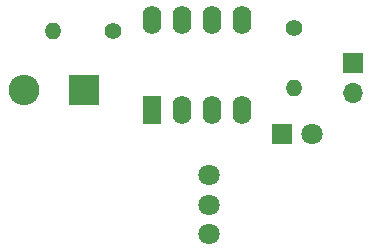
<source format=gbr>
%TF.GenerationSoftware,KiCad,Pcbnew,(5.1.12)-1*%
%TF.CreationDate,2023-08-14T15:24:16+05:30*%
%TF.ProjectId,low battery,6c6f7720-6261-4747-9465-72792e6b6963,rev?*%
%TF.SameCoordinates,Original*%
%TF.FileFunction,Soldermask,Top*%
%TF.FilePolarity,Negative*%
%FSLAX46Y46*%
G04 Gerber Fmt 4.6, Leading zero omitted, Abs format (unit mm)*
G04 Created by KiCad (PCBNEW (5.1.12)-1) date 2023-08-14 15:24:16*
%MOMM*%
%LPD*%
G01*
G04 APERTURE LIST*
%ADD10C,1.800000*%
%ADD11R,1.800000X1.800000*%
%ADD12O,1.400000X1.400000*%
%ADD13C,1.400000*%
%ADD14O,1.600000X2.400000*%
%ADD15R,1.600000X2.400000*%
%ADD16O,2.600000X2.600000*%
%ADD17R,2.600000X2.600000*%
%ADD18O,1.700000X1.700000*%
%ADD19R,1.700000X1.700000*%
G04 APERTURE END LIST*
D10*
%TO.C,VR1*%
X119825000Y-87500000D03*
X119825000Y-90000000D03*
X119825000Y-92500000D03*
%TD*%
%TO.C,Red1*%
X128540000Y-84000000D03*
D11*
X126000000Y-84000000D03*
%TD*%
D12*
%TO.C,R2*%
X127000000Y-80080000D03*
D13*
X127000000Y-75000000D03*
%TD*%
D12*
%TO.C,R1*%
X106570000Y-75275000D03*
D13*
X111650000Y-75275000D03*
%TD*%
D14*
%TO.C,IC1*%
X115000000Y-74380000D03*
X122620000Y-82000000D03*
X117540000Y-74380000D03*
X120080000Y-82000000D03*
X120080000Y-74380000D03*
X117540000Y-82000000D03*
X122620000Y-74380000D03*
D15*
X115000000Y-82000000D03*
%TD*%
D16*
%TO.C,D1*%
X104170000Y-80300000D03*
D17*
X109250000Y-80300000D03*
%TD*%
D18*
%TO.C,6V1*%
X132000000Y-80540000D03*
D19*
X132000000Y-78000000D03*
%TD*%
M02*

</source>
